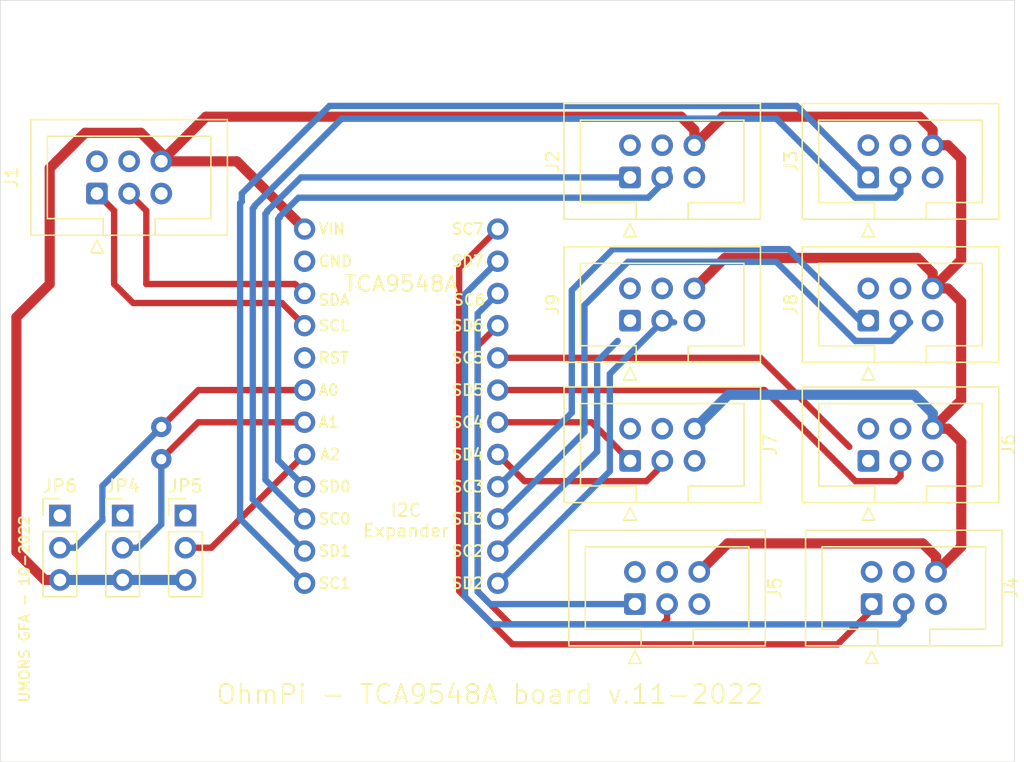
<source format=kicad_pcb>
(kicad_pcb (version 20211014) (generator pcbnew)
  (layers (0 "F.Cu" signal) (31 "B.Cu" signal) (34 "B.Paste" user) (35 "F.Paste" user) (36 "B.SilkS" user "B.Silkscreen") (37 "F.SilkS" user "F.Silkscreen") (38 "B.Mask" user) (39 "F.Mask" user) (44 "Edge.Cuts" user))
  (net 0 "")
  (net 1 "/A0")
  (net 2 "/A1")
  (net 3 "/A2")
  (net 4 "/INPUTSCL")
  (net 6 "/INPUTSDA")
  (net 8 "/7SCL")
  (net 9 "/7SDA")
  (net 10 "/6SCL")
  (net 11 "/6SDA")
  (net 12 "/5SCL")
  (net 13 "/5SDA")
  (net 14 "/4SCL")
  (net 15 "/4SDA")
  (net 16 "/3SCL")
  (net 17 "/3SDA")
  (net 18 "/2SCL")
  (net 19 "/2SDA")
  (net 20 "/1SCL")
  (net 21 "/1SDA")
  (net 22 "/0SCL")
  (net 23 "/0SDA")
  (net 24 "/RESET")
  (net 41 "+5V")
  (net 42 "GND")
  (net 43 "GNDD")
  (net 44 "Net-(J1-Pad5)")
  (footprint "Connector_IDC:IDC-Header_2x03_P2.54mm_Vertical" (layer "F.Cu") (at 167.152 118.11 90)
    (fp_text reference "J4" (at 1.27 11.045 90) (layer "F.SilkS"))
    (fp_text value "I2C")
    (fp_line (start -4.68 -0.5) (end -4.68 0.5) (layer "F.SilkS") (width 0.12))
    (fp_line (start 5.83 10.29) (end -3.29 10.29) (layer "F.SilkS") (width 0.12))
    (fp_line (start -1.98 4.59) (end -1.98 4.59) (layer "F.SilkS") (width 0.12))
    (fp_line (start 4.52 -3.91) (end 4.52 8.99) (layer "F.SilkS") (width 0.12))
    (fp_line (start -3.29 10.29) (end -3.29 -5.21) (layer "F.SilkS") (width 0.12))
    (fp_line (start -3.29 0.49) (end -1.98 0.49) (layer "F.SilkS") (width 0.12))
    (fp_line (start -3.68 0) (end -4.68 -0.5) (layer "F.SilkS") (width 0.12))
    (fp_line (start -1.98 4.59) (end -3.29 4.59) (layer "F.SilkS") (width 0.12))
    (fp_line (start 5.83 -5.21) (end 5.83 10.29) (layer "F.SilkS") (width 0.12))
    (fp_line (start -1.98 8.99) (end -1.98 4.59) (layer "F.SilkS") (width 0.12))
    (fp_line (start -4.68 0.5) (end -3.68 0) (layer "F.SilkS") (width 0.12))
    (fp_line (start -3.29 -5.21) (end 5.83 -5.21) (layer "F.SilkS") (width 0.12))
    (fp_line (start 4.52 8.99) (end -1.98 8.99) (layer "F.SilkS") (width 0.12))
    (fp_line (start -1.98 0.49) (end -1.98 -3.91) (layer "F.SilkS") (width 0.12))
    (fp_line (start -1.98 -3.91) (end 4.52 -3.91) (layer "F.SilkS") (width 0.12))
    (pad "1" thru_hole roundrect (at 0 0 90) (size 1.7 1.7) (drill 1) (layers *.Cu *.Mask) (roundrect_rratio 0.147059) (net 8 "/7SCL"))
    (pad "2" thru_hole circle (at 2.54 0 90) (size 1.7 1.7) (drill 1) (layers *.Cu *.Mask))
    (pad "3" thru_hole circle (at 0 2.54 90) (size 1.7 1.7) (drill 1) (layers *.Cu *.Mask) (net 9 "/7SDA"))
    (pad "4" thru_hole circle (at 2.54 2.54 90) (size 1.7 1.7) (drill 1) (layers *.Cu *.Mask))
    (pad "5" thru_hole circle (at 0 5.08 90) (size 1.7 1.7) (drill 1) (layers *.Cu *.Mask) (net 43 "GNDD"))
    (pad "6" thru_hole circle (at 2.54 5.08 90) (size 1.7 1.7) (drill 1) (layers *.Cu *.Mask) (net 41 "+5V"))
  )
  (footprint "Connector_IDC:IDC-Header_2x03_P2.54mm_Vertical" (layer "F.Cu") (at 166.884666 84.455 90)
    (fp_text reference "J3" (at 1.27 -6.1 90) (layer "F.SilkS"))
    (fp_text value "I2C")
    (fp_line (start 5.83 10.29) (end -3.29 10.29) (layer "F.SilkS") (width 0.12))
    (fp_line (start -3.29 10.29) (end -3.29 -5.21) (layer "F.SilkS") (width 0.12))
    (fp_line (start -4.68 -0.5) (end -4.68 0.5) (layer "F.SilkS") (width 0.12))
    (fp_line (start -3.29 -5.21) (end 5.83 -5.21) (layer "F.SilkS") (width 0.12))
    (fp_line (start -3.68 0) (end -4.68 -0.5) (layer "F.SilkS") (width 0.12))
    (fp_line (start -3.29 0.49) (end -1.98 0.49) (layer "F.SilkS") (width 0.12))
    (fp_line (start -1.98 -3.91) (end 4.52 -3.91) (layer "F.SilkS") (width 0.12))
    (fp_line (start 5.83 -5.21) (end 5.83 10.29) (layer "F.SilkS") (width 0.12))
    (fp_line (start -1.98 0.49) (end -1.98 -3.91) (layer "F.SilkS") (width 0.12))
    (fp_line (start 4.52 8.99) (end -1.98 8.99) (layer "F.SilkS") (width 0.12))
    (fp_line (start -1.98 8.99) (end -1.98 4.59) (layer "F.SilkS") (width 0.12))
    (fp_line (start 4.52 -3.91) (end 4.52 8.99) (layer "F.SilkS") (width 0.12))
    (fp_line (start -1.98 4.59) (end -3.29 4.59) (layer "F.SilkS") (width 0.12))
    (fp_line (start -4.68 0.5) (end -3.68 0) (layer "F.SilkS") (width 0.12))
    (fp_line (start -1.98 4.59) (end -1.98 4.59) (layer "F.SilkS") (width 0.12))
    (pad "1" thru_hole roundrect (at 0 0 90) (size 1.7 1.7) (drill 1) (layers *.Cu *.Mask) (roundrect_rratio 0.147059) (net 20 "/1SCL"))
    (pad "2" thru_hole circle (at 2.54 0 90) (size 1.7 1.7) (drill 1) (layers *.Cu *.Mask))
    (pad "3" thru_hole circle (at 0 2.54 90) (size 1.7 1.7) (drill 1) (layers *.Cu *.Mask) (net 21 "/1SDA"))
    (pad "4" thru_hole circle (at 2.54 2.54 90) (size 1.7 1.7) (drill 1) (layers *.Cu *.Mask))
    (pad "5" thru_hole circle (at 0 5.08 90) (size 1.7 1.7) (drill 1) (layers *.Cu *.Mask) (net 43 "GNDD"))
    (pad "6" thru_hole circle (at 2.54 5.08 90) (size 1.7 1.7) (drill 1) (layers *.Cu *.Mask) (net 41 "+5V"))
  )
  (footprint "Connector_PinHeader_2.54mm:PinHeader_1x03_P2.54mm_Vertical" (layer "F.Cu") (at 113.03 111.125)
    (fp_text reference "JP5" (at 0 -2.33) (layer "F.SilkS"))
    (fp_text value "Addr 2")
    (fp_line (start 1.33 1.27) (end 1.33 6.41) (layer "F.SilkS") (width 0.12))
    (fp_line (start -1.33 1.27) (end -1.33 6.41) (layer "F.SilkS") (width 0.12))
    (fp_line (start -1.33 0) (end -1.33 -1.33) (layer "F.SilkS") (width 0.12))
    (fp_line (start -1.33 -1.33) (end 0 -1.33) (layer "F.SilkS") (width 0.12))
    (fp_line (start -1.33 6.41) (end 1.33 6.41) (layer "F.SilkS") (width 0.12))
    (fp_line (start -1.33 1.27) (end 1.33 1.27) (layer "F.SilkS") (width 0.12))
    (pad "1" thru_hole rect (at 0 0) (size 1.7 1.7) (drill 1) (layers *.Cu *.Mask) (net 44 "Net-(J1-Pad5)"))
    (pad "2" thru_hole oval (at 0 2.54) (size 1.7 1.7) (drill 1) (layers *.Cu *.Mask) (net 3 "/A2"))
    (pad "3" thru_hole oval (at 0 5.08) (size 1.7 1.7) (drill 1) (layers *.Cu *.Mask) (net 41 "+5V"))
  )
  (footprint "Connector_PinHeader_2.54mm:PinHeader_1x03_P2.54mm_Vertical" (layer "F.Cu") (at 103.124 111.125)
    (fp_text reference "JP6" (at 0 -2.33) (layer "F.SilkS"))
    (fp_text value "Addr 0")
    (fp_line (start -1.33 1.27) (end -1.33 6.41) (layer "F.SilkS") (width 0.12))
    (fp_line (start -1.33 6.41) (end 1.33 6.41) (layer "F.SilkS") (width 0.12))
    (fp_line (start 1.33 1.27) (end 1.33 6.41) (layer "F.SilkS") (width 0.12))
    (fp_line (start -1.33 -1.33) (end 0 -1.33) (layer "F.SilkS") (width 0.12))
    (fp_line (start -1.33 1.27) (end 1.33 1.27) (layer "F.SilkS") (width 0.12))
    (fp_line (start -1.33 0) (end -1.33 -1.33) (layer "F.SilkS") (width 0.12))
    (pad "1" thru_hole rect (at 0 0) (size 1.7 1.7) (drill 1) (layers *.Cu *.Mask) (net 44 "Net-(J1-Pad5)"))
    (pad "2" thru_hole oval (at 0 2.54) (size 1.7 1.7) (drill 1) (layers *.Cu *.Mask) (net 1 "/A0"))
    (pad "3" thru_hole oval (at 0 5.08) (size 1.7 1.7) (drill 1) (layers *.Cu *.Mask) (net 41 "+5V"))
  )
  (footprint "Adafruit TCA9548A:1X12_ROUND" (layer "F.Cu") (at 122.424 102.497 -90)
    (fp_text reference "JP3" hide)
    (fp_text value "HEADER-1X12")
    (pad "1" thru_hole circle (at -13.97 0) (size 1.6764 1.6764) (drill 1) (layers *.Cu *.Mask) (net 41 "+5V"))
    (pad "2" thru_hole circle (at -11.43 0) (size 1.6764 1.6764) (drill 1) (layers *.Cu *.Mask) (net 43 "GNDD"))
    (pad "3" thru_hole circle (at -8.89 0) (size 1.6764 1.6764) (drill 1) (layers *.Cu *.Mask) (net 6 "/INPUTSDA"))
    (pad "4" thru_hole circle (at -6.35 0) (size 1.6764 1.6764) (drill 1) (layers *.Cu *.Mask) (net 4 "/INPUTSCL"))
    (pad "5" thru_hole circle (at -3.81 0) (size 1.6764 1.6764) (drill 1) (layers *.Cu *.Mask) (net 24 "/RESET"))
    (pad "6" thru_hole circle (at -1.27 0) (size 1.6764 1.6764) (drill 1) (layers *.Cu *.Mask) (net 1 "/A0"))
    (pad "7" thru_hole circle (at 1.27 0) (size 1.6764 1.6764) (drill 1) (layers *.Cu *.Mask) (net 2 "/A1"))
    (pad "8" thru_hole circle (at 3.81 0) (size 1.6764 1.6764) (drill 1) (layers *.Cu *.Mask) (net 3 "/A2"))
    (pad "9" thru_hole circle (at 6.35 0) (size 1.6764 1.6764) (drill 1) (layers *.Cu *.Mask) (net 23 "/0SDA"))
    (pad "10" thru_hole circle (at 8.89 0) (size 1.6764 1.6764) (drill 1) (layers *.Cu *.Mask) (net 22 "/0SCL"))
    (pad "11" thru_hole circle (at 11.43 0) (size 1.6764 1.6764) (drill 1) (layers *.Cu *.Mask) (net 21 "/1SDA"))
    (pad "12" thru_hole circle (at 13.97 0) (size 1.6764 1.6764) (drill 1) (layers *.Cu *.Mask) (net 20 "/1SCL"))
  )
  (footprint "Connector_IDC:IDC-Header_2x03_P2.54mm_Vertical" (layer "F.Cu") (at 148.092 84.455 90)
    (fp_text reference "J2" (at 1.27 -6.1 90) (layer "F.SilkS"))
    (fp_text value "I2C")
    (fp_line (start 5.83 10.29) (end -3.29 10.29) (layer "F.SilkS") (width 0.12))
    (fp_line (start -1.98 4.59) (end -1.98 4.59) (layer "F.SilkS") (width 0.12))
    (fp_line (start 4.52 8.99) (end -1.98 8.99) (layer "F.SilkS") (width 0.12))
    (fp_line (start -4.68 -0.5) (end -4.68 0.5) (layer "F.SilkS") (width 0.12))
    (fp_line (start -3.29 10.29) (end -3.29 -5.21) (layer "F.SilkS") (width 0.12))
    (fp_line (start 5.83 -5.21) (end 5.83 10.29) (layer "F.SilkS") (width 0.12))
    (fp_line (start -1.98 -3.91) (end 4.52 -3.91) (layer "F.SilkS") (width 0.12))
    (fp_line (start -1.98 0.49) (end -1.98 -3.91) (layer "F.SilkS") (width 0.12))
    (fp_line (start -1.98 4.59) (end -3.29 4.59) (layer "F.SilkS") (width 0.12))
    (fp_line (start -3.68 0) (end -4.68 -0.5) (layer "F.SilkS") (width 0.12))
    (fp_line (start -3.29 0.49) (end -1.98 0.49) (layer "F.SilkS") (width 0.12))
    (fp_line (start -3.29 -5.21) (end 5.83 -5.21) (layer "F.SilkS") (width 0.12))
    (fp_line (start -1.98 8.99) (end -1.98 4.59) (layer "F.SilkS") (width 0.12))
    (fp_line (start 4.52 -3.91) (end 4.52 8.99) (layer "F.SilkS") (width 0.12))
    (fp_line (start -4.68 0.5) (end -3.68 0) (layer "F.SilkS") (width 0.12))
    (pad "1" thru_hole roundrect (at 0 0 90) (size 1.7 1.7) (drill 1) (layers *.Cu *.Mask) (roundrect_rratio 0.147059) (net 22 "/0SCL"))
    (pad "2" thru_hole circle (at 2.54 0 90) (size 1.7 1.7) (drill 1) (layers *.Cu *.Mask))
    (pad "3" thru_hole circle (at 0 2.54 90) (size 1.7 1.7) (drill 1) (layers *.Cu *.Mask) (net 23 "/0SDA"))
    (pad "4" thru_hole circle (at 2.54 2.54 90) (size 1.7 1.7) (drill 1) (layers *.Cu *.Mask))
    (pad "5" thru_hole circle (at 0 5.08 90) (size 1.7 1.7) (drill 1) (layers *.Cu *.Mask) (net 43 "GNDD"))
    (pad "6" thru_hole circle (at 2.54 5.08 90) (size 1.7 1.7) (drill 1) (layers *.Cu *.Mask) (net 41 "+5V"))
  )
  (footprint "Adafruit TCA9548A:1X12_ROUND" (layer "F.Cu") (at 137.664 102.497 90)
    (fp_text reference "JP1" hide)
    (fp_text value "HEADER-1X12")
    (pad "1" thru_hole circle (at -13.97 0 180) (size 1.6764 1.6764) (drill 1) (layers *.Cu *.Mask) (net 19 "/2SDA"))
    (pad "2" thru_hole circle (at -11.43 0 180) (size 1.6764 1.6764) (drill 1) (layers *.Cu *.Mask) (net 18 "/2SCL"))
    (pad "3" thru_hole circle (at -8.89 0 180) (size 1.6764 1.6764) (drill 1) (layers *.Cu *.Mask) (net 17 "/3SDA"))
    (pad "4" thru_hole circle (at -6.35 0 180) (size 1.6764 1.6764) (drill 1) (layers *.Cu *.Mask) (net 16 "/3SCL"))
    (pad "5" thru_hole circle (at -3.81 0 180) (size 1.6764 1.6764) (drill 1) (layers *.Cu *.Mask) (net 15 "/4SDA"))
    (pad "6" thru_hole circle (at -1.27 0 180) (size 1.6764 1.6764) (drill 1) (layers *.Cu *.Mask) (net 14 "/4SCL"))
    (pad "7" thru_hole circle (at 1.27 0 180) (size 1.6764 1.6764) (drill 1) (layers *.Cu *.Mask) (net 13 "/5SDA"))
    (pad "8" thru_hole circle (at 3.81 0 180) (size 1.6764 1.6764) (drill 1) (layers *.Cu *.Mask) (net 12 "/5SCL"))
    (pad "9" thru_hole circle (at 6.35 0 180) (size 1.6764 1.6764) (drill 1) (layers *.Cu *.Mask) (net 11 "/6SDA"))
    (pad "10" thru_hole circle (at 8.89 0 180) (size 1.6764 1.6764) (drill 1) (layers *.Cu *.Mask) (net 10 "/6SCL"))
    (pad "11" thru_hole circle (at 11.43 0 180) (size 1.6764 1.6764) (drill 1) (layers *.Cu *.Mask) (net 9 "/7SDA"))
    (pad "12" thru_hole circle (at 13.97 0 180) (size 1.6764 1.6764) (drill 1) (layers *.Cu *.Mask) (net 8 "/7SCL"))
  )
  (footprint "Connector_IDC:IDC-Header_2x03_P2.54mm_Vertical" (layer "F.Cu") (at 148.102 106.813332 90)
    (fp_text reference "J7" (at 1.27 11.045 90) (layer "F.SilkS"))
    (fp_text value "I2C")
    (fp_line (start 5.83 -5.21) (end 5.83 10.29) (layer "F.SilkS") (width 0.12))
    (fp_line (start -1.98 4.59) (end -1.98 4.59) (layer "F.SilkS") (width 0.12))
    (fp_line (start -1.98 8.99) (end -1.98 4.59) (layer "F.SilkS") (width 0.12))
    (fp_line (start -1.98 4.59) (end -3.29 4.59) (layer "F.SilkS") (width 0.12))
    (fp_line (start 5.83 10.29) (end -3.29 10.29) (layer "F.SilkS") (width 0.12))
    (fp_line (start 4.52 8.99) (end -1.98 8.99) (layer "F.SilkS") (width 0.12))
    (fp_line (start -4.68 -0.5) (end -4.68 0.5) (layer "F.SilkS") (width 0.12))
    (fp_line (start -3.29 -5.21) (end 5.83 -5.21) (layer "F.SilkS") (width 0.12))
    (fp_line (start 4.52 -3.91) (end 4.52 8.99) (layer "F.SilkS") (width 0.12))
    (fp_line (start -1.98 0.49) (end -1.98 -3.91) (layer "F.SilkS") (width 0.12))
    (fp_line (start -4.68 0.5) (end -3.68 0) (layer "F.SilkS") (width 0.12))
    (fp_line (start -3.68 0) (end -4.68 -0.5) (layer "F.SilkS") (width 0.12))
    (fp_line (start -3.29 0.49) (end -1.98 0.49) (layer "F.SilkS") (width 0.12))
    (fp_line (start -3.29 10.29) (end -3.29 -5.21) (layer "F.SilkS") (width 0.12))
    (fp_line (start -1.98 -3.91) (end 4.52 -3.91) (layer "F.SilkS") (width 0.12))
    (pad "1" thru_hole roundrect (at 0 0 90) (size 1.7 1.7) (drill 1) (layers *.Cu *.Mask) (roundrect_rratio 0.147059) (net 14 "/4SCL"))
    (pad "2" thru_hole circle (at 2.54 0 90) (size 1.7 1.7) (drill 1) (layers *.Cu *.Mask))
    (pad "3" thru_hole circle (at 0 2.54 90) (size 1.7 1.7) (drill 1) (layers *.Cu *.Mask) (net 15 "/4SDA"))
    (pad "4" thru_hole circle (at 2.54 2.54 90) (size 1.7 1.7) (drill 1) (layers *.Cu *.Mask))
    (pad "5" thru_hole circle (at 0 5.08 90) (size 1.7 1.7) (drill 1) (layers *.Cu *.Mask) (net 43 "GNDD"))
    (pad "6" thru_hole circle (at 2.54 5.08 90) (size 1.7 1.7) (drill 1) (layers *.Cu *.Mask) (net 41 "+5V"))
  )
  (footprint "Connector_IDC:IDC-Header_2x03_P2.54mm_Vertical" (layer "F.Cu") (at 148.092 95.751666 90)
    (fp_text reference "J9" (at 1.27 -6.1 90) (layer "F.SilkS"))
    (fp_text value "I2C")
    (fp_line (start -3.68 0) (end -4.68 -0.5) (layer "F.SilkS") (width 0.12))
    (fp_line (start -1.98 0.49) (end -1.98 -3.91) (layer "F.SilkS") (width 0.12))
    (fp_line (start 5.83 10.29) (end -3.29 10.29) (layer "F.SilkS") (width 0.12))
    (fp_line (start -4.68 -0.5) (end -4.68 0.5) (layer "F.SilkS") (width 0.12))
    (fp_line (start -4.68 0.5) (end -3.68 0) (layer "F.SilkS") (width 0.12))
    (fp_line (start 4.52 8.99) (end -1.98 8.99) (layer "F.SilkS") (width 0.12))
    (fp_line (start -1.98 8.99) (end -1.98 4.59) (layer "F.SilkS") (width 0.12))
    (fp_line (start -3.29 0.49) (end -1.98 0.49) (layer "F.SilkS") (width 0.12))
    (fp_line (start -3.29 -5.21) (end 5.83 -5.21) (layer "F.SilkS") (width 0.12))
    (fp_line (start -1.98 4.59) (end -1.98 4.59) (layer "F.SilkS") (width 0.12))
    (fp_line (start 4.52 -3.91) (end 4.52 8.99) (layer "F.SilkS") (width 0.12))
    (fp_line (start -1.98 4.59) (end -3.29 4.59) (layer "F.SilkS") (width 0.12))
    (fp_line (start 5.83 -5.21) (end 5.83 10.29) (layer "F.SilkS") (width 0.12))
    (fp_line (start -1.98 -3.91) (end 4.52 -3.91) (layer "F.SilkS") (width 0.12))
    (fp_line (start -3.29 10.29) (end -3.29 -5.21) (layer "F.SilkS") (width 0.12))
    (pad "1" thru_hole roundrect (at 0 0 90) (size 1.7 1.7) (drill 1) (layers *.Cu *.Mask) (roundrect_rratio 0.147059) (net 18 "/2SCL"))
    (pad "2" thru_hole circle (at 2.54 0 90) (size 1.7 1.7) (drill 1) (layers *.Cu *.Mask))
    (pad "3" thru_hole circle (at 0 2.54 90) (size 1.7 1.7) (drill 1) (layers *.Cu *.Mask) (net 19 "/2SDA"))
    (pad "4" thru_hole circle (at 2.54 2.54 90) (size 1.7 1.7) (drill 1) (layers *.Cu *.Mask))
    (pad "5" thru_hole circle (at 0 5.08 90) (size 1.7 1.7) (drill 1) (layers *.Cu *.Mask) (net 43 "GNDD"))
    (pad "6" thru_hole circle (at 2.54 5.08 90) (size 1.7 1.7) (drill 1) (layers *.Cu *.Mask) (net 41 "+5V"))
  )
  (footprint "Connector_IDC:IDC-Header_2x03_P2.54mm_Vertical" (layer "F.Cu") (at 148.479666 118.11 90)
    (fp_text reference "J5" (at 1.27 11.045 90) (layer "F.SilkS"))
    (fp_text value "I2C")
    (fp_line (start -1.98 8.99) (end -1.98 4.59) (layer "F.SilkS") (width 0.12))
    (fp_line (start -1.98 -3.91) (end 4.52 -3.91) (layer "F.SilkS") (width 0.12))
    (fp_line (start 5.83 -5.21) (end 5.83 10.29) (layer "F.SilkS") (width 0.12))
    (fp_line (start -3.68 0) (end -4.68 -0.5) (layer "F.SilkS") (width 0.12))
    (fp_line (start -3.29 0.49) (end -1.98 0.49) (layer "F.SilkS") (width 0.12))
    (fp_line (start -4.68 -0.5) (end -4.68 0.5) (layer "F.SilkS") (width 0.12))
    (fp_line (start -3.29 10.29) (end -3.29 -5.21) (layer "F.SilkS") (width 0.12))
    (fp_line (start -1.98 0.49) (end -1.98 -3.91) (layer "F.SilkS") (width 0.12))
    (fp_line (start -1.98 4.59) (end -1.98 4.59) (layer "F.SilkS") (width 0.12))
    (fp_line (start -1.98 4.59) (end -3.29 4.59) (layer "F.SilkS") (width 0.12))
    (fp_line (start 4.52 -3.91) (end 4.52 8.99) (layer "F.SilkS") (width 0.12))
    (fp_line (start 5.83 10.29) (end -3.29 10.29) (layer "F.SilkS") (width 0.12))
    (fp_line (start -3.29 -5.21) (end 5.83 -5.21) (layer "F.SilkS") (width 0.12))
    (fp_line (start -4.68 0.5) (end -3.68 0) (layer "F.SilkS") (width 0.12))
    (fp_line (start 4.52 8.99) (end -1.98 8.99) (layer "F.SilkS") (width 0.12))
    (pad "1" thru_hole roundrect (at 0 0 90) (size 1.7 1.7) (drill 1) (layers *.Cu *.Mask) (roundrect_rratio 0.147059) (net 10 "/6SCL"))
    (pad "2" thru_hole circle (at 2.54 0 90) (size 1.7 1.7) (drill 1) (layers *.Cu *.Mask))
    (pad "3" thru_hole circle (at 0 2.54 90) (size 1.7 1.7) (drill 1) (layers *.Cu *.Mask) (net 11 "/6SDA"))
    (pad "4" thru_hole circle (at 2.54 2.54 90) (size 1.7 1.7) (drill 1) (layers *.Cu *.Mask))
    (pad "5" thru_hole circle (at 0 5.08 90) (size 1.7 1.7) (drill 1) (layers *.Cu *.Mask) (net 43 "GNDD"))
    (pad "6" thru_hole circle (at 2.54 5.08 90) (size 1.7 1.7) (drill 1) (layers *.Cu *.Mask) (net 41 "+5V"))
  )
  (footprint "Connector_IDC:IDC-Header_2x03_P2.54mm_Vertical" (layer "F.Cu") (at 166.884666 95.751666 90)
    (fp_text reference "J8" (at 1.27 -6.1 90) (layer "F.SilkS"))
    (fp_text value "I2C")
    (fp_line (start -4.68 -0.5) (end -4.68 0.5) (layer "F.SilkS") (width 0.12))
    (fp_line (start -1.98 4.59) (end -3.29 4.59) (layer "F.SilkS") (width 0.12))
    (fp_line (start -3.68 0) (end -4.68 -0.5) (layer "F.SilkS") (width 0.12))
    (fp_line (start -1.98 8.99) (end -1.98 4.59) (layer "F.SilkS") (width 0.12))
    (fp_line (start 4.52 -3.91) (end 4.52 8.99) (layer "F.SilkS") (width 0.12))
    (fp_line (start -4.68 0.5) (end -3.68 0) (layer "F.SilkS") (width 0.12))
    (fp_line (start -1.98 -3.91) (end 4.52 -3.91) (layer "F.SilkS") (width 0.12))
    (fp_line (start 4.52 8.99) (end -1.98 8.99) (layer "F.SilkS") (width 0.12))
    (fp_line (start -3.29 0.49) (end -1.98 0.49) (layer "F.SilkS") (width 0.12))
    (fp_line (start -1.98 0.49) (end -1.98 -3.91) (layer "F.SilkS") (width 0.12))
    (fp_line (start -1.98 4.59) (end -1.98 4.59) (layer "F.SilkS") (width 0.12))
    (fp_line (start -3.29 10.29) (end -3.29 -5.21) (layer "F.SilkS") (width 0.12))
    (fp_line (start -3.29 -5.21) (end 5.83 -5.21) (layer "F.SilkS") (width 0.12))
    (fp_line (start 5.83 -5.21) (end 5.83 10.29) (layer "F.SilkS") (width 0.12))
    (fp_line (start 5.83 10.29) (end -3.29 10.29) (layer "F.SilkS") (width 0.12))
    (pad "1" thru_hole roundrect (at 0 0 90) (size 1.7 1.7) (drill 1) (layers *.Cu *.Mask) (roundrect_rratio 0.147059) (net 16 "/3SCL"))
    (pad "2" thru_hole circle (at 2.54 0 90) (size 1.7 1.7) (drill 1) (layers *.Cu *.Mask))
    (pad "3" thru_hole circle (at 0 2.54 90) (size 1.7 1.7) (drill 1) (layers *.Cu *.Mask) (net 17 "/3SDA"))
    (pad "4" thru_hole circle (at 2.54 2.54 90) (size 1.7 1.7) (drill 1) (layers *.Cu *.Mask))
    (pad "5" thru_hole circle (at 0 5.08 90) (size 1.7 1.7) (drill 1) (layers *.Cu *.Mask) (net 43 "GNDD"))
    (pad "6" thru_hole circle (at 2.54 5.08 90) (size 1.7 1.7) (drill 1) (layers *.Cu *.Mask) (net 41 "+5V"))
  )
  (footprint "Connector_IDC:IDC-Header_2x03_P2.54mm_Vertical" (layer "F.Cu") (at 166.894666 106.813332 90)
    (fp_text reference "J6" (at 1.27 11.045 90) (layer "F.SilkS"))
    (fp_text value "I2C")
    (fp_line (start -3.29 0.49) (end -1.98 0.49) (layer "F.SilkS") (width 0.12))
    (fp_line (start -1.98 4.59) (end -3.29 4.59) (layer "F.SilkS") (width 0.12))
    (fp_line (start 4.52 -3.91) (end 4.52 8.99) (layer "F.SilkS") (width 0.12))
    (fp_line (start 5.83 10.29) (end -3.29 10.29) (layer "F.SilkS") (width 0.12))
    (fp_line (start -1.98 -3.91) (end 4.52 -3.91) (layer "F.SilkS") (width 0.12))
    (fp_line (start -1.98 8.99) (end -1.98 4.59) (layer "F.SilkS") (width 0.12))
    (fp_line (start -3.29 -5.21) (end 5.83 -5.21) (layer "F.SilkS") (width 0.12))
    (fp_line (start -3.68 0) (end -4.68 -0.5) (layer "F.SilkS") (width 0.12))
    (fp_line (start -4.68 -0.5) (end -4.68 0.5) (layer "F.SilkS") (width 0.12))
    (fp_line (start 5.83 -5.21) (end 5.83 10.29) (layer "F.SilkS") (width 0.12))
    (fp_line (start -4.68 0.5) (end -3.68 0) (layer "F.SilkS") (width 0.12))
    (fp_line (start -1.98 4.59) (end -1.98 4.59) (layer "F.SilkS") (width 0.12))
    (fp_line (start -1.98 0.49) (end -1.98 -3.91) (layer "F.SilkS") (width 0.12))
    (fp_line (start -3.29 10.29) (end -3.29 -5.21) (layer "F.SilkS") (width 0.12))
    (fp_line (start 4.52 8.99) (end -1.98 8.99) (layer "F.SilkS") (width 0.12))
    (pad "1" thru_hole roundrect (at 0 0 90) (size 1.7 1.7) (drill 1) (layers *.Cu *.Mask) (roundrect_rratio 0.147059) (net 12 "/5SCL"))
    (pad "2" thru_hole circle (at 2.54 0 90) (size 1.7 1.7) (drill 1) (layers *.Cu *.Mask))
    (pad "3" thru_hole circle (at 0 2.54 90) (size 1.7 1.7) (drill 1) (layers *.Cu *.Mask) (net 13 "/5SDA"))
    (pad "4" thru_hole circle (at 2.54 2.54 90) (size 1.7 1.7) (drill 1) (layers *.Cu *.Mask))
    (pad "5" thru_hole circle (at 0 5.08 90) (size 1.7 1.7) (drill 1) (layers *.Cu *.Mask) (net 43 "GNDD"))
    (pad "6" thru_hole circle (at 2.54 5.08 90) (size 1.7 1.7) (drill 1) (layers *.Cu *.Mask) (net 41 "+5V"))
  )
  (footprint "Connector_PinHeader_2.54mm:PinHeader_1x03_P2.54mm_Vertical" (layer "F.Cu") (at 108.077 111.125)
    (fp_text reference "JP4" (at 0 -2.33) (layer "F.SilkS"))
    (fp_text value "Addr 1")
    (fp_line (start -1.33 0) (end -1.33 -1.33) (layer "F.SilkS") (width 0.12))
    (fp_line (start -1.33 1.27) (end 1.33 1.27) (layer "F.SilkS") (width 0.12))
    (fp_line (start -1.33 6.41) (end 1.33 6.41) (layer "F.SilkS") (width 0.12))
    (fp_line (start -1.33 1.27) (end -1.33 6.41) (layer "F.SilkS") (width 0.12))
    (fp_line (start -1.33 -1.33) (end 0 -1.33) (layer "F.SilkS") (width 0.12))
    (fp_line (start 1.33 1.27) (end 1.33 6.41) (layer "F.SilkS") (width 0.12))
    (pad "1" thru_hole rect (at 0 0) (size 1.7 1.7) (drill 1) (layers *.Cu *.Mask) (net 44 "Net-(J1-Pad5)"))
    (pad "2" thru_hole oval (at 0 2.54) (size 1.7 1.7) (drill 1) (layers *.Cu *.Mask) (net 2 "/A1"))
    (pad "3" thru_hole oval (at 0 5.08) (size 1.7 1.7) (drill 1) (layers *.Cu *.Mask) (net 41 "+5V"))
  )
  (footprint "Connector_IDC:IDC-Header_2x03_P2.54mm_Vertical" (layer "F.Cu") (at 106.045 85.725 90)
    (fp_text reference "J1" (at 1.27 -6.735 90) (layer "F.SilkS"))
    (fp_text value "I2C")
    (fp_line (start 5.83 10.29) (end -3.29 10.29) (layer "F.SilkS") (width 0.12))
    (fp_line (start -1.98 4.59) (end -3.29 4.59) (layer "F.SilkS") (width 0.12))
    (fp_line (start -1.98 4.59) (end -1.98 4.59) (layer "F.SilkS") (width 0.12))
    (fp_line (start -4.68 -0.5) (end -4.68 0.5) (layer "F.SilkS") (width 0.12))
    (fp_line (start 4.52 8.99) (end -1.98 8.99) (layer "F.SilkS") (width 0.12))
    (fp_line (start -3.29 10.29) (end -3.29 -5.21) (layer "F.SilkS") (width 0.12))
    (fp_line (start -1.98 0.49) (end -1.98 -3.91) (layer "F.SilkS") (width 0.12))
    (fp_line (start -3.29 -5.21) (end 5.83 -5.21) (layer "F.SilkS") (width 0.12))
    (fp_line (start -3.68 0) (end -4.68 -0.5) (layer "F.SilkS") (width 0.12))
    (fp_line (start -1.98 8.99) (end -1.98 4.59) (layer "F.SilkS") (width 0.12))
    (fp_line (start 5.83 -5.21) (end 5.83 10.29) (layer "F.SilkS") (width 0.12))
    (fp_line (start -4.68 0.5) (end -3.68 0) (layer "F.SilkS") (width 0.12))
    (fp_line (start -1.98 -3.91) (end 4.52 -3.91) (layer "F.SilkS") (width 0.12))
    (fp_line (start 4.52 -3.91) (end 4.52 8.99) (layer "F.SilkS") (width 0.12))
    (fp_line (start -3.29 0.49) (end -1.98 0.49) (layer "F.SilkS") (width 0.12))
    (pad "1" thru_hole roundrect (at 0 0 90) (size 1.7 1.7) (drill 1) (layers *.Cu *.Mask) (roundrect_rratio 0.147059) (net 4 "/INPUTSCL"))
    (pad "2" thru_hole circle (at 2.54 0 90) (size 1.7 1.7) (drill 1) (layers *.Cu *.Mask))
    (pad "3" thru_hole circle (at 0 2.54 90) (size 1.7 1.7) (drill 1) (layers *.Cu *.Mask) (net 6 "/INPUTSDA"))
    (pad "4" thru_hole circle (at 2.54 2.54 90) (size 1.7 1.7) (drill 1) (layers *.Cu *.Mask))
    (pad "5" thru_hole circle (at 0 5.08 90) (size 1.7 1.7) (drill 1) (layers *.Cu *.Mask) (net 44 "Net-(J1-Pad5)"))
    (pad "6" thru_hole circle (at 2.54 5.08 90) (size 1.7 1.7) (drill 1) (layers *.Cu *.Mask) (net 41 "+5V"))
  )
  (gr_line (start 178.425 70.485) (end 178.425 130.485) (layer "Edge.Cuts") (width 0.05))
  (gr_line (start 98.425 70.485) (end 178.425 70.485) (layer "Edge.Cuts") (width 0.05))
  (gr_line (start 98.425 70.485) (end 98.425 130.485) (layer "Edge.Cuts") (width 0.05))
  (gr_line (start 98.425 130.565) (end 178.425 130.565) (layer "Edge.Cuts") (width 0.05))
  (gr_text "I2C\nExpander" (at 130.425 111.514) (layer "F.SilkS") (effects (font (size 0.99441 0.99441) (thickness 0.14859))))
  (gr_text "SC4" (at 136.648 103.767) (layer "F.SilkS") (effects (font (size 0.8636 0.8636) (thickness 0.1524)) (justify right)))
  (gr_text "SC2" (at 136.648 113.927) (layer "F.SilkS") (effects (font (size 0.8636 0.8636) (thickness 0.1524)) (justify right)))
  (gr_text "SD5" (at 136.648 101.227) (layer "F.SilkS") (effects (font (size 0.8636 0.8636) (thickness 0.1524)) (justify right)))
  (gr_text "SD2" (at 136.648 116.467) (layer "F.SilkS") (effects (font (size 0.8636 0.8636) (thickness 0.1524)) (justify right)))
  (gr_text "SC3" (at 136.648 108.847) (layer "F.SilkS") (effects (font (size 0.8636 0.8636) (thickness 0.1524)) (justify right)))
  (gr_text "SD3" (at 136.648 111.387) (layer "F.SilkS") (effects (font (size 0.8636 0.8636) (thickness 0.1524)) (justify right)))
  (gr_text "SD7" (at 136.648 91.067) (layer "F.SilkS") (effects (font (size 0.8636 0.8636) (thickness 0.1524)) (justify right)))
  (gr_text "GND" (at 123.44 91.067) (layer "F.SilkS") (effects (font (size 0.8636 0.8636) (thickness 0.1524)) (justify left)))
  (gr_text "SC5" (at 136.648 98.687) (layer "F.SilkS") (effects (font (size 0.8636 0.8636) (thickness 0.1524)) (justify right)))
  (gr_text "SC0" (at 123.44 111.387) (layer "F.SilkS") (effects (font (size 0.8636 0.8636) (thickness 0.1524)) (justify left)))
  (gr_text "SCL" (at 123.44 96.147) (layer "F.SilkS") (effects (font (size 0.8636 0.8636) (thickness 0.1524)) (justify left)))
  (gr_text "SC6" (at 136.775 94.115) (layer "F.SilkS") (effects (font (size 0.8636 0.8636) (thickness 0.1524)) (justify right)))
  (gr_text "SD4" (at 136.648 106.307) (layer "F.SilkS") (effects (font (size 0.8636 0.8636) (thickness 0.1524)) (justify right)))
  (gr_text "SD6" (at 136.648 96.147) (layer "F.SilkS") (effects (font (size 0.8636 0.8636) (thickness 0.1524)) (justify right)))
  (gr_text "SC7" (at 136.648 88.527) (layer "F.SilkS") (effects (font (size 0.8636 0.8636) (thickness 0.1524)) (justify right)))
  (gr_text "A2" (at 123.567 106.307) (layer "F.SilkS") (effects (font (size 0.8636 0.8636) (thickness 0.1524)) (justify left)))
  (gr_text "RST" (at 123.44 98.687) (layer "F.SilkS") (effects (font (size 0.8636 0.8636) (thickness 0.1524)) (justify left)))
  (gr_text "UMONS GFA - 10-2022" (at 100.33 118.491 90) (layer "F.SilkS") (effects (font (size 0.8 0.8))))
  (gr_text "VIN" (at 123.44 88.527) (layer "F.SilkS") (effects (font (size 0.8636 0.8636) (thickness 0.1524)) (justify left)))
  (gr_text "SD1" (at 123.44 113.927) (layer "F.SilkS") (effects (font (size 0.8636 0.8636) (thickness 0.1524)) (justify left)))
  (gr_text "SDA" (at 123.44 94.115) (layer "F.SilkS") (effects (font (size 0.8636 0.8636) (thickness 0.1524)) (justify left)))
  (gr_text "OhmPi - TCA9548A board v.11-2022" (at 137.033 125.222) (layer "F.SilkS") (effects (font (size 1.5 1.5))))
  (gr_text "A1" (at 123.44 103.767) (layer "F.SilkS") (effects (font (size 0.8636 0.8636) (thickness 0.1524)) (justify left)))
  (gr_text "TCA9548A" (at 130.044 92.845) (layer "F.SilkS") (effects (font (size 1.22936 1.22936) (thickness 0.16764))))
  (gr_text "SC1" (at 123.44 116.467) (layer "F.SilkS") (effects (font (size 0.8636 0.8636) (thickness 0.1524)) (justify left)))
  (gr_text "A0" (at 123.44 101.227) (layer "F.SilkS") (effects (font (size 0.8636 0.8636) (thickness 0.1524)) (justify left)))
  (gr_text "SD0" (at 123.44 108.847) (layer "F.SilkS") (effects (font (size 0.8636 0.8636) (thickness 0.1524)) (justify left)))
  (segment (start 111.125 104.14) (end 114.038 101.227) (width 0.5) (layer "F.Cu") (net 1))
  (segment (start 114.038 101.227) (end 122.424 101.227) (width 0.5) (layer "F.Cu") (net 1))
  (via (at 111.125 104.14) (size 1.6) (drill 0.8) (layers "F.Cu" "B.Cu") (net 1))
  (segment (start 106.477489 108.787511) (end 111.125 104.14) (width 0.5) (layer "B.Cu") (net 1))
  (segment (start 106.477489 111.513592) (end 106.477489 108.787511) (width 0.5) (layer "B.Cu") (net 1))
  (segment (start 104.326081 113.665) (end 106.477489 111.513592) (width 0.5) (layer "B.Cu") (net 1))
  (segment (start 103.124 113.665) (end 104.326081 113.665) (width 0.5) (layer "B.Cu") (net 1))
  (segment (start 114.038 103.767) (end 122.424 103.767) (width 0.5) (layer "F.Cu") (net 2))
  (segment (start 111.125 106.68) (end 114.038 103.767) (width 0.5) (layer "F.Cu") (net 2))
  (via (at 111.125 106.68) (size 1.6) (drill 0.8) (layers "F.Cu" "B.Cu") (net 2))
  (segment (start 108.077 113.665) (end 109.279081 113.665) (width 0.5) (layer "B.Cu") (net 2))
  (segment (start 111.125 111.819081) (end 111.125 106.68) (width 0.5) (layer "B.Cu") (net 2))
  (segment (start 109.279081 113.665) (end 111.125 111.819081) (width 0.5) (layer "B.Cu") (net 2))
  (segment (start 115.066 113.665) (end 122.424 106.307) (width 0.5) (layer "F.Cu") (net 3))
  (segment (start 113.03 113.665) (end 115.066 113.665) (width 0.5) (layer "F.Cu") (net 3))
  (segment (start 107.4004 87.0804) (end 106.045 85.725) (width 0.5) (layer "F.Cu") (net 4))
  (segment (start 107.4004 92.8614) (end 107.4004 87.0804) (width 0.5) (layer "F.Cu") (net 4))
  (segment (start 107.4004 92.8614) (end 108.899911 94.360911) (width 0.5) (layer "F.Cu") (net 4))
  (segment (start 108.899911 94.360911) (end 120.637911 94.360911) (width 0.5) (layer "F.Cu") (net 4))
  (segment (start 120.637911 94.360911) (end 122.424 96.147) (width 0.5) (layer "F.Cu") (net 4))
  (segment (start 109.9404 92.8614) (end 109.9404 87.0804) (width 0.5) (layer "F.Cu") (net 6))
  (segment (start 109.9404 92.8614) (end 121.6784 92.8614) (width 0.5) (layer "F.Cu") (net 6))
  (segment (start 109.9404 87.0804) (end 108.585 85.725) (width 0.5) (layer "F.Cu") (net 6))
  (segment (start 121.6784 92.8614) (end 122.424 93.607) (width 0.5) (layer "F.Cu") (net 6))
  (segment (start 164.465 121.285) (end 138.823114 121.285) (width 0.5) (layer "F.Cu") (net 8))
  (segment (start 138.823114 121.285) (end 134.62 117.081886) (width 0.5) (layer "F.Cu") (net 8))
  (segment (start 134.62 91.571) (end 137.664 88.527) (width 0.5) (layer "F.Cu") (net 8))
  (segment (start 167.152 118.11) (end 167.152 118.598) (width 0.5) (layer "F.Cu") (net 8))
  (segment (start 167.152 118.598) (end 164.465 121.285) (width 0.5) (layer "F.Cu") (net 8))
  (segment (start 134.62 117.081886) (end 134.62 91.571) (width 0.5) (layer "F.Cu") (net 8))
  (segment (start 169.692 119.312081) (end 169.692 118.11) (width 0.5) (layer "B.Cu") (net 9))
  (segment (start 137.664 91.067) (end 135.076778 93.654222) (width 0.5) (layer "B.Cu") (net 9))
  (segment (start 169.294561 119.70952) (end 169.692 119.312081) (width 0.5) (layer "B.Cu") (net 9))
  (segment (start 137.247634 119.70952) (end 169.294561 119.70952) (width 0.5) (layer "B.Cu") (net 9))
  (segment (start 135.076778 117.538664) (end 137.247634 119.70952) (width 0.5) (layer "B.Cu") (net 9))
  (segment (start 135.076778 93.654222) (end 135.076778 117.538664) (width 0.5) (layer "B.Cu") (net 9))
  (segment (start 136.076289 117.124653) (end 137.061636 118.11) (width 0.5) (layer "B.Cu") (net 10))
  (segment (start 137.664 93.607) (end 136.076289 95.194711) (width 0.5) (layer "B.Cu") (net 10))
  (segment (start 137.061636 118.11) (end 148.479666 118.11) (width 0.5) (layer "B.Cu") (net 10))
  (segment (start 136.076289 95.194711) (end 136.076289 117.124653) (width 0.5) (layer "B.Cu") (net 10))
  (segment (start 150.622227 119.70952) (end 151.019666 119.312081) (width 0.5) (layer "F.Cu") (net 11))
  (segment (start 137.664 96.147) (end 136.076289 97.734711) (width 0.5) (layer "F.Cu") (net 11))
  (segment (start 138.661156 119.70952) (end 150.622227 119.70952) (width 0.5) (layer "F.Cu") (net 11))
  (segment (start 136.076289 97.734711) (end 136.076289 117.124653) (width 0.5) (layer "F.Cu") (net 11))
  (segment (start 151.019666 119.312081) (end 151.019666 118.11) (width 0.5) (layer "F.Cu") (net 11))
  (segment (start 136.076289 117.124653) (end 138.661156 119.70952) (width 0.5) (layer "F.Cu") (net 11))
  (segment (start 158.377 98.687) (end 165.392232 105.702232) (width 0.5) (layer "F.Cu") (net 12))
  (segment (start 137.664 98.687) (end 158.377 98.687) (width 0.5) (layer "F.Cu") (net 12))
  (segment (start 137.664 101.227) (end 158.6948 101.227) (width 0.5) (layer "F.Cu") (net 13))
  (segment (start 165.880652 108.412852) (end 169.037227 108.412852) (width 0.5) (layer "F.Cu") (net 13))
  (segment (start 158.6948 101.227) (end 165.880652 108.412852) (width 0.5) (layer "F.Cu") (net 13))
  (segment (start 169.037227 108.412852) (end 169.434666 108.015413) (width 0.5) (layer "F.Cu") (net 13))
  (segment (start 169.434666 108.015413) (end 169.434666 106.813332) (width 0.5) (layer "F.Cu") (net 13))
  (segment (start 137.664 103.767) (end 145.055668 103.767) (width 0.5) (layer "F.Cu") (net 14))
  (segment (start 145.055668 103.767) (end 148.102 106.813332) (width 0.5) (layer "F.Cu") (net 14))
  (segment (start 149.397148 108.412852) (end 151.13 106.68) (width 0.5) (layer "F.Cu") (net 15))
  (segment (start 137.664 106.307) (end 139.769852 108.412852) (width 0.5) (layer "F.Cu") (net 15))
  (segment (start 139.769852 108.412852) (end 149.397148 108.412852) (width 0.5) (layer "F.Cu") (net 15))
  (segment (start 151.13 106.68) (end 150.775332 106.68) (width 0.5) (layer "F.Cu") (net 15))
  (segment (start 150.775332 106.68) (end 150.642 106.813332) (width 0.5) (layer "F.Cu") (net 15))
  (segment (start 146.742356 90.112644) (end 160.597644 90.112644) (width 0.5) (layer "B.Cu") (net 16))
  (segment (start 143.503947 103.007053) (end 143.503947 93.351053) (width 0.5) (layer "B.Cu") (net 16))
  (segment (start 137.664 108.847) (end 143.503947 103.007053) (width 0.5) (layer "B.Cu") (net 16))
  (segment (start 143.503947 93.351053) (end 146.742356 90.112644) (width 0.5) (layer "B.Cu") (net 16))
  (segment (start 166.236666 95.751666) (end 166.884666 95.751666) (width 0.5) (layer "B.Cu") (net 16))
  (segment (start 160.597644 90.112644) (end 166.236666 95.751666) (width 0.5) (layer "B.Cu") (net 16))
  (segment (start 144.503467 104.547533) (end 144.503467 94.538148) (width 0.5) (layer "B.Cu") (net 17))
  (segment (start 137.664 111.387) (end 144.503467 104.547533) (width 0.5) (layer "B.Cu") (net 17))
  (segment (start 170.046666 95.751666) (end 169.424666 95.751666) (width 0.5) (layer "B.Cu") (net 17))
  (segment (start 144.503467 94.538148) (end 147.92946 91.112155) (width 0.5) (layer "B.Cu") (net 17))
  (segment (start 168.713814 97.351186) (end 170.18 95.885) (width 0.5) (layer "B.Cu") (net 17))
  (segment (start 147.92946 91.112155) (end 159.631621 91.112155) (width 0.5) (layer "B.Cu") (net 17))
  (segment (start 165.870652 97.351186) (end 168.713814 97.351186) (width 0.5) (layer "B.Cu") (net 17))
  (segment (start 159.631621 91.112155) (end 165.870652 97.351186) (width 0.5) (layer "B.Cu") (net 17))
  (segment (start 170.18 95.885) (end 170.046666 95.751666) (width 0.5) (layer "B.Cu") (net 17))
  (segment (start 145.502978 106.088022) (end 145.502978 98.972022) (width 0.5) (layer "B.Cu") (net 18))
  (segment (start 137.664 113.927) (end 145.502978 106.088022) (width 0.5) (layer "B.Cu") (net 18))
  (segment (start 145.502978 98.972022) (end 147.123814 97.351186) (width 0.5) (layer "B.Cu") (net 18))
  (segment (start 146.502489 107.628511) (end 146.502489 99.954711) (width 0.5) (layer "B.Cu") (net 19))
  (segment (start 137.664 116.467) (end 146.502489 107.628511) (width 0.5) (layer "B.Cu") (net 19))
  (segment (start 150.5722 95.885) (end 151.572489 95.885) (width 0.5) (layer "B.Cu") (net 19))
  (segment (start 146.502489 99.954711) (end 150.5722 95.885) (width 0.5) (layer "B.Cu") (net 19))
  (segment (start 117.475 85.725) (end 124.384022 78.815978) (width 0.5) (layer "B.Cu") (net 20))
  (segment (start 117.475 86.36) (end 117.475 85.725) (width 0.5) (layer "B.Cu") (net 20))
  (segment (start 117.337756 111.380756) (end 117.337756 86.497244) (width 0.5) (layer "B.Cu") (net 20))
  (segment (start 161.245644 78.815978) (end 166.884666 84.455) (width 0.5) (layer "B.Cu") (net 20))
  (segment (start 122.424 116.467) (end 117.337756 111.380756) (width 0.5) (layer "B.Cu") (net 20))
  (segment (start 124.384022 78.815978) (end 161.245644 78.815978) (width 0.5) (layer "B.Cu") (net 20))
  (segment (start 117.337756 86.497244) (end 117.475 86.36) (width 0.5) (layer "B.Cu") (net 20))
  (segment (start 169.027227 86.05452) (end 169.424666 85.657081) (width 0.5) (layer "B.Cu") (net 21))
  (segment (start 118.474511 86.696963) (end 125.355985 79.815489) (width 0.5) (layer "B.Cu") (net 21))
  (segment (start 118.337267 86.911255) (end 118.474511 86.774011) (width 0.5) (layer "B.Cu") (net 21))
  (segment (start 118.337267 109.840267) (end 118.337267 86.911255) (width 0.5) (layer "B.Cu") (net 21))
  (segment (start 169.424666 85.657081) (end 169.424666 84.455) (width 0.5) (layer "B.Cu") (net 21))
  (segment (start 118.474511 86.774011) (end 118.474511 86.696963) (width 0.5) (layer "B.Cu") (net 21))
  (segment (start 165.870652 86.05452) (end 169.027227 86.05452) (width 0.5) (layer "B.Cu") (net 21))
  (segment (start 125.355985 79.815489) (end 159.631621 79.815489) (width 0.5) (layer "B.Cu") (net 21))
  (segment (start 159.631621 79.815489) (end 165.870652 86.05452) (width 0.5) (layer "B.Cu") (net 21))
  (segment (start 122.424 113.927) (end 118.337267 109.840267) (width 0.5) (layer "B.Cu") (net 21))
  (segment (start 122.129996 84.455) (end 119.474022 87.110974) (width 0.5) (layer "B.Cu") (net 22))
  (segment (start 119.336778 87.325266) (end 119.336778 108.299778) (width 0.5) (layer "B.Cu") (net 22))
  (segment (start 119.336778 108.299778) (end 122.424 111.387) (width 0.5) (layer "B.Cu") (net 22))
  (segment (start 148.092 84.455) (end 122.129996 84.455) (width 0.5) (layer "B.Cu") (net 22))
  (segment (start 119.474022 87.110974) (end 119.474022 87.188022) (width 0.5) (layer "B.Cu") (net 22))
  (segment (start 119.474022 87.188022) (end 119.336778 87.325266) (width 0.5) (layer "B.Cu") (net 22))
  (segment (start 151.13 84.455) (end 151.13 83.82) (width 0.5) (layer "B.Cu") (net 23))
  (segment (start 121.94401 86.05452) (end 149.53048 86.05452) (width 0.5) (layer "B.Cu") (net 23))
  (segment (start 120.473533 87.602033) (end 120.473533 87.524997) (width 0.5) (layer "B.Cu") (net 23))
  (segment (start 120.336289 106.759289) (end 120.336289 87.739277) (width 0.5) (layer "B.Cu") (net 23))
  (segment (start 120.336289 87.739277) (end 120.473533 87.602033) (width 0.5) (layer "B.Cu") (net 23))
  (segment (start 122.424 108.847) (end 120.336289 106.759289) (width 0.5) (layer "B.Cu") (net 23))
  (segment (start 120.473533 87.524997) (end 121.94401 86.05452) (width 0.5) (layer "B.Cu") (net 23))
  (segment (start 149.53048 86.05452) (end 151.13 84.455) (width 0.5) (layer "B.Cu") (net 23))
  (segment (start 111.125 83.185) (end 117.082 83.185) (width 0.8) (layer "F.Cu") (net 41))
  (segment (start 170.760081 90.805) (end 155.578666 90.805) (width 0.8) (layer "F.Cu") (net 41))
  (segment (start 102.3204 83.72831) (end 105.113221 80.935489) (width 0.8) (layer "F.Cu") (net 41))
  (segment (start 171.964666 80.712919) (end 170.917236 79.665489) (width 0.8) (layer "F.Cu") (net 41))
  (segment (start 105.113221 80.935489) (end 109.516779 80.935489) (width 0.8) (layer "F.Cu") (net 41))
  (segment (start 172.232 114.367919) (end 172.232 115.57) (width 0.8) (layer "F.Cu") (net 41))
  (segment (start 152.12457 79.665489) (end 114.644511 79.665489) (width 0.8) (layer "F.Cu") (net 41))
  (segment (start 103.124 116.205) (end 101.921919 116.205) (width 0.8) (layer "F.Cu") (net 41))
  (segment (start 171.964666 92.009585) (end 170.760081 90.805) (width 0.8) (layer "F.Cu") (net 41))
  (segment (start 153.172 80.712919) (end 152.12457 79.665489) (width 0.8) (layer "F.Cu") (net 41))
  (segment (start 99.695 113.978081) (end 99.695 95.4868) (width 0.8) (layer "F.Cu") (net 41))
  (segment (start 171.974666 104.273332) (end 174.214177 102.033821) (width 0.8) (layer "F.Cu") (net 41))
  (segment (start 174.214177 90.962155) (end 174.214177 82.96243) (width 0.8) (layer "F.Cu") (net 41))
  (segment (start 153.172 81.915) (end 153.172 80.712919) (width 0.8) (layer "F.Cu") (net 41))
  (segment (start 117.082 83.185) (end 122.424 88.527) (width 0.8) (layer "F.Cu") (net 41))
  (segment (start 171.964666 81.915) (end 171.964666 80.712919) (width 0.8) (layer "F.Cu") (net 41))
  (segment (start 174.224177 113.577823) (end 174.224177 105.320762) (width 0.8) (layer "F.Cu") (net 41))
  (segment (start 153.559666 115.57) (end 155.809177 113.320489) (width 0.8) (layer "F.Cu") (net 41))
  (segment (start 171.18457 113.320489) (end 172.232 114.367919) (width 0.8) (layer "F.Cu") (net 41))
  (segment (start 155.578666 90.805) (end 153.172 93.211666) (width 0.8) (layer "F.Cu") (net 41))
  (segment (start 99.695 95.4868) (end 102.3204 92.8614) (width 0.8) (layer "F.Cu") (net 41))
  (segment (start 111.125 82.54371) (end 111.125 83.185) (width 0.8) (layer "F.Cu") (net 41))
  (segment (start 172.232 115.57) (end 174.224177 113.577823) (width 0.8) (layer "F.Cu") (net 41))
  (segment (start 173.166747 93.211666) (end 171.964666 93.211666) (width 0.8) (layer "F.Cu") (net 41))
  (segment (start 155.809177 113.320489) (end 171.18457 113.320489) (width 0.8) (layer "F.Cu") (net 41))
  (segment (start 102.3204 92.8614) (end 102.3204 83.72831) (width 0.8) (layer "F.Cu") (net 41))
  (segment (start 173.166747 81.915) (end 171.964666 81.915) (width 0.8) (layer "F.Cu") (net 41))
  (segment (start 101.921919 116.205) (end 99.695 113.978081) (width 0.8) (layer "F.Cu") (net 41))
  (segment (start 155.421511 79.665489) (end 153.172 81.915) (width 0.8) (layer "F.Cu") (net 41))
  (segment (start 173.176747 104.273332) (end 171.974666 104.273332) (width 0.8) (layer "F.Cu") (net 41))
  (segment (start 109.516779 80.935489) (end 111.125 82.54371) (width 0.8) (layer "F.Cu") (net 41))
  (segment (start 174.224177 105.320762) (end 173.176747 104.273332) (width 0.8) (layer "F.Cu") (net 41))
  (segment (start 171.964666 93.211666) (end 174.214177 90.962155) (width 0.8) (layer "F.Cu") (net 41))
  (segment (start 171.964666 93.211666) (end 171.964666 92.009585) (width 0.8) (layer "F.Cu") (net 41))
  (segment (start 174.214177 82.96243) (end 173.166747 81.915) (width 0.8) (layer "F.Cu") (net 41))
  (segment (start 174.214177 102.033821) (end 174.214177 94.259096) (width 0.8) (layer "F.Cu") (net 41))
  (segment (start 170.917236 79.665489) (end 155.421511 79.665489) (width 0.8) (layer "F.Cu") (net 41))
  (segment (start 174.214177 94.259096) (end 173.166747 93.211666) (width 0.8) (layer "F.Cu") (net 41))
  (segment (start 114.644511 79.665489) (end 111.125 83.185) (width 0.8) (layer "F.Cu") (net 41))
  (segment (start 171.974666 103.071251) (end 170.503415 101.6) (width 0.8) (layer "B.Cu") (net 41))
  (segment (start 155.855332 101.6) (end 153.182 104.273332) (width 0.8) (layer "B.Cu") (net 41))
  (segment (start 113.03 116.205) (end 103.124 116.205) (width 0.8) (layer "B.Cu") (net 41))
  (segment (start 170.503415 101.6) (end 155.855332 101.6) (width 0.8) (layer "B.Cu") (net 41))
  (segment (start 171.974666 104.273332) (end 171.974666 103.071251) (width 0.8) (layer "B.Cu") (net 41))
)
</source>
